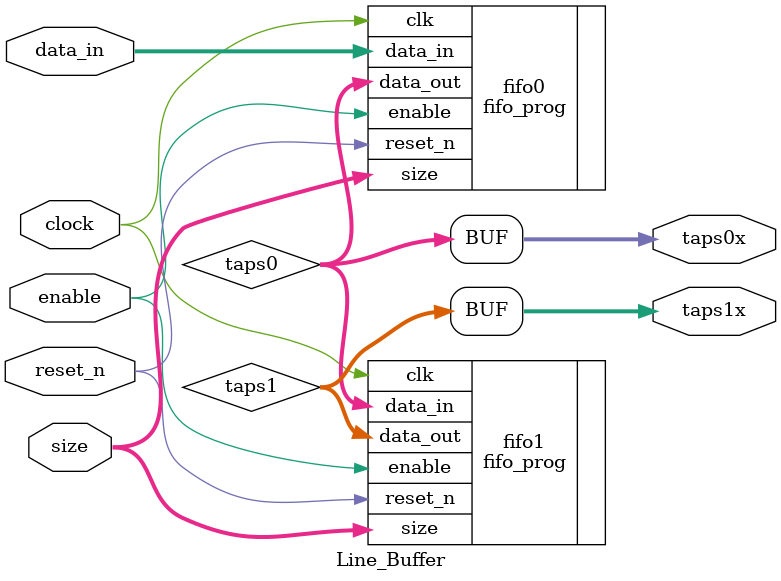
<source format=v>
module Line_Buffer (
        input clock,
        input reset_n,
        input enable,
        input [15:0] size,
        input [11:0] data_in,
        output [11:0] taps0x,
        output [11:0] taps1x 
    );
    
    parameter N = 12;
    parameter MEMORY_SIZE = 4096;
    parameter ADDRESS_SIZE = 12;
    
    wire [N-1:0] taps0;
    wire [N-1:0] taps1;
    
    fifo_prog #(
        .MEMORY_WIDTH(N),
        .MEMORY_SIZE(MEMORY_SIZE),
        .ADDRESS_SIZE(ADDRESS_SIZE)
    ) fifo0 (
        .clk(clock),
        .reset_n(reset_n),
        .enable(enable),
        .data_in(data_in[N-1:0]),
        .size(size[15:0]),
        .data_out(taps0[N-1:0])
    );
    
    fifo_prog #(
        .MEMORY_WIDTH(N),
        .MEMORY_SIZE(MEMORY_SIZE)
    ) fifo1 (
        .clk(clock),
        .reset_n(reset_n),
        .enable(enable),
        .data_in(taps0[N-1:0]),
        .size(size[15:0]),
        .data_out(taps1[N-1:0])
    );
    
    assign taps0x[N-1:0] = taps0[N-1:0];
    assign taps1x[N-1:0] = taps1[N-1:0];

endmodule

</source>
